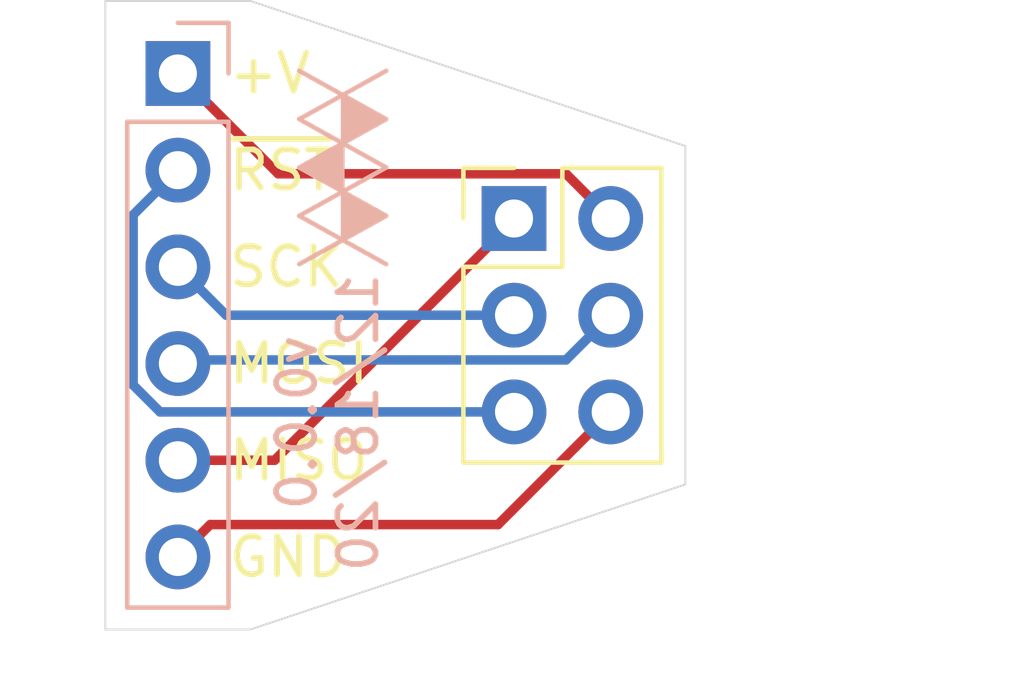
<source format=kicad_pcb>
(kicad_pcb (version 20171130) (host pcbnew "(5.1.6)-1")

  (general
    (thickness 1.6)
    (drawings 13)
    (tracks 19)
    (zones 0)
    (modules 3)
    (nets 7)
  )

  (page A4)
  (layers
    (0 F.Cu signal)
    (31 B.Cu signal)
    (32 B.Adhes user)
    (33 F.Adhes user)
    (34 B.Paste user)
    (35 F.Paste user)
    (36 B.SilkS user)
    (37 F.SilkS user)
    (38 B.Mask user)
    (39 F.Mask user)
    (40 Dwgs.User user)
    (41 Cmts.User user)
    (42 Eco1.User user)
    (43 Eco2.User user)
    (44 Edge.Cuts user)
    (45 Margin user)
    (46 B.CrtYd user)
    (47 F.CrtYd user)
    (48 B.Fab user)
    (49 F.Fab user)
  )

  (setup
    (last_trace_width 0.25)
    (trace_clearance 0.2)
    (zone_clearance 0.508)
    (zone_45_only no)
    (trace_min 0.2)
    (via_size 0.8)
    (via_drill 0.4)
    (via_min_size 0.4)
    (via_min_drill 0.3)
    (uvia_size 0.3)
    (uvia_drill 0.1)
    (uvias_allowed no)
    (uvia_min_size 0.2)
    (uvia_min_drill 0.1)
    (edge_width 0.05)
    (segment_width 0.2)
    (pcb_text_width 0.3)
    (pcb_text_size 1.5 1.5)
    (mod_edge_width 0.12)
    (mod_text_size 1 1)
    (mod_text_width 0.15)
    (pad_size 1.524 1.524)
    (pad_drill 0.762)
    (pad_to_mask_clearance 0.05)
    (aux_axis_origin 0 0)
    (visible_elements 7FFFFFFF)
    (pcbplotparams
      (layerselection 0x010fc_ffffffff)
      (usegerberextensions false)
      (usegerberattributes true)
      (usegerberadvancedattributes true)
      (creategerberjobfile true)
      (excludeedgelayer true)
      (linewidth 0.100000)
      (plotframeref false)
      (viasonmask false)
      (mode 1)
      (useauxorigin false)
      (hpglpennumber 1)
      (hpglpenspeed 20)
      (hpglpendiameter 15.000000)
      (psnegative false)
      (psa4output false)
      (plotreference true)
      (plotvalue true)
      (plotinvisibletext false)
      (padsonsilk false)
      (subtractmaskfromsilk false)
      (outputformat 1)
      (mirror false)
      (drillshape 0)
      (scaleselection 1)
      (outputdirectory "gbr/"))
  )

  (net 0 "")
  (net 1 GND)
  (net 2 MISO)
  (net 3 MOSI)
  (net 4 SCK)
  (net 5 ~RST~)
  (net 6 V+)

  (net_class Default "This is the default net class."
    (clearance 0.2)
    (trace_width 0.25)
    (via_dia 0.8)
    (via_drill 0.4)
    (uvia_dia 0.3)
    (uvia_drill 0.1)
    (add_net GND)
    (add_net MISO)
    (add_net MOSI)
    (add_net SCK)
    (add_net V+)
    (add_net ~RST~)
  )

  (module Symbol:Logo_WM (layer B.Cu) (tedit 5EA02B73) (tstamp 5FDD3859)
    (at 158 90.1 270)
    (fp_text reference REF** (at 0 2.286 270) (layer B.SilkS) hide
      (effects (font (size 1 1) (thickness 0.15)) (justify mirror))
    )
    (fp_text value Logo_WM (at 0 -2.032 270) (layer B.Fab)
      (effects (font (size 1 1) (thickness 0.15)) (justify mirror))
    )
    (fp_line (start 0 1.143) (end -0.635 0) (layer B.SilkS) (width 0.12))
    (fp_line (start -0.635 0) (end 0 -1.143) (layer B.SilkS) (width 0.12))
    (fp_line (start 0 -1.143) (end 0.635 0) (layer B.SilkS) (width 0.12))
    (fp_line (start 0.635 0) (end 0 1.143) (layer B.SilkS) (width 0.12))
    (fp_line (start 1.905 0) (end 1.27 1.143) (layer B.SilkS) (width 0.12))
    (fp_line (start 1.27 -1.143) (end 1.905 0) (layer B.SilkS) (width 0.12))
    (fp_line (start 0.635 0) (end 1.27 -1.143) (layer B.SilkS) (width 0.12))
    (fp_line (start 1.27 1.143) (end 0.635 0) (layer B.SilkS) (width 0.12))
    (fp_line (start -1.27 -1.143) (end -0.635 0) (layer B.SilkS) (width 0.12))
    (fp_line (start -1.27 1.143) (end -1.905 0) (layer B.SilkS) (width 0.12))
    (fp_line (start -1.905 0) (end -1.27 -1.143) (layer B.SilkS) (width 0.12))
    (fp_line (start -0.635 0) (end -1.27 1.143) (layer B.SilkS) (width 0.12))
    (fp_line (start -1.905 0) (end -2.54 1.143) (layer B.SilkS) (width 0.12))
    (fp_line (start -2.54 -1.143) (end -1.905 0) (layer B.SilkS) (width 0.12))
    (fp_line (start 2.54 1.143) (end 1.905 0) (layer B.SilkS) (width 0.12))
    (fp_line (start 1.905 0) (end 2.54 -1.143) (layer B.SilkS) (width 0.12))
    (fp_poly (pts (xy -1.905 0) (xy -0.635 0) (xy -1.27 -1.143)) (layer B.SilkS) (width 0.1))
    (fp_poly (pts (xy -0.635 0) (xy 0.635 0) (xy 0 1.143)) (layer B.SilkS) (width 0.1))
    (fp_poly (pts (xy 0.635 0) (xy 1.905 0) (xy 1.27 -1.143)) (layer B.SilkS) (width 0.1))
  )

  (module Connector_PinHeader_2.54mm:PinHeader_2x03_P2.54mm_Vertical (layer F.Cu) (tedit 59FED5CC) (tstamp 5FBB1582)
    (at 162.5 91.44)
    (descr "Through hole straight pin header, 2x03, 2.54mm pitch, double rows")
    (tags "Through hole pin header THT 2x03 2.54mm double row")
    (path /5FBABBF9)
    (fp_text reference J2 (at 1.27 -2.33) (layer F.SilkS) hide
      (effects (font (size 1 1) (thickness 0.15)))
    )
    (fp_text value AVR-ISP-6 (at 9 2.86) (layer F.Fab)
      (effects (font (size 1 1) (thickness 0.15)))
    )
    (fp_line (start 4.35 -1.8) (end -1.8 -1.8) (layer F.CrtYd) (width 0.05))
    (fp_line (start 4.35 6.85) (end 4.35 -1.8) (layer F.CrtYd) (width 0.05))
    (fp_line (start -1.8 6.85) (end 4.35 6.85) (layer F.CrtYd) (width 0.05))
    (fp_line (start -1.8 -1.8) (end -1.8 6.85) (layer F.CrtYd) (width 0.05))
    (fp_line (start -1.33 -1.33) (end 0 -1.33) (layer F.SilkS) (width 0.12))
    (fp_line (start -1.33 0) (end -1.33 -1.33) (layer F.SilkS) (width 0.12))
    (fp_line (start 1.27 -1.33) (end 3.87 -1.33) (layer F.SilkS) (width 0.12))
    (fp_line (start 1.27 1.27) (end 1.27 -1.33) (layer F.SilkS) (width 0.12))
    (fp_line (start -1.33 1.27) (end 1.27 1.27) (layer F.SilkS) (width 0.12))
    (fp_line (start 3.87 -1.33) (end 3.87 6.41) (layer F.SilkS) (width 0.12))
    (fp_line (start -1.33 1.27) (end -1.33 6.41) (layer F.SilkS) (width 0.12))
    (fp_line (start -1.33 6.41) (end 3.87 6.41) (layer F.SilkS) (width 0.12))
    (fp_line (start -1.27 0) (end 0 -1.27) (layer F.Fab) (width 0.1))
    (fp_line (start -1.27 6.35) (end -1.27 0) (layer F.Fab) (width 0.1))
    (fp_line (start 3.81 6.35) (end -1.27 6.35) (layer F.Fab) (width 0.1))
    (fp_line (start 3.81 -1.27) (end 3.81 6.35) (layer F.Fab) (width 0.1))
    (fp_line (start 0 -1.27) (end 3.81 -1.27) (layer F.Fab) (width 0.1))
    (fp_text user %R (at 1.27 2.54 90) (layer F.Fab)
      (effects (font (size 1 1) (thickness 0.15)))
    )
    (pad 6 thru_hole oval (at 2.54 5.08) (size 1.7 1.7) (drill 1) (layers *.Cu *.Mask)
      (net 1 GND))
    (pad 5 thru_hole oval (at 0 5.08) (size 1.7 1.7) (drill 1) (layers *.Cu *.Mask)
      (net 5 ~RST~))
    (pad 4 thru_hole oval (at 2.54 2.54) (size 1.7 1.7) (drill 1) (layers *.Cu *.Mask)
      (net 3 MOSI))
    (pad 3 thru_hole oval (at 0 2.54) (size 1.7 1.7) (drill 1) (layers *.Cu *.Mask)
      (net 4 SCK))
    (pad 2 thru_hole oval (at 2.54 0) (size 1.7 1.7) (drill 1) (layers *.Cu *.Mask)
      (net 6 V+))
    (pad 1 thru_hole rect (at 0 0) (size 1.7 1.7) (drill 1) (layers *.Cu *.Mask)
      (net 2 MISO))
    (model ${KISYS3DMOD}/Connector_PinHeader_2.54mm.3dshapes/PinHeader_2x03_P2.54mm_Vertical.wrl
      (at (xyz 0 0 0))
      (scale (xyz 1 1 1))
      (rotate (xyz 0 0 0))
    )
  )

  (module Connector_PinHeader_2.54mm:PinHeader_1x06_P2.54mm_Vertical (layer B.Cu) (tedit 59FED5CC) (tstamp 5FBB1566)
    (at 153.67 87.63 180)
    (descr "Through hole straight pin header, 1x06, 2.54mm pitch, single row")
    (tags "Through hole pin header THT 1x06 2.54mm single row")
    (path /5FBB2264)
    (fp_text reference J1 (at 0 2.33) (layer B.SilkS) hide
      (effects (font (size 1 1) (thickness 0.15)) (justify mirror))
    )
    (fp_text value Conn_01x06 (at 0 -15.03) (layer B.Fab)
      (effects (font (size 1 1) (thickness 0.15)) (justify mirror))
    )
    (fp_line (start 1.8 1.8) (end -1.8 1.8) (layer B.CrtYd) (width 0.05))
    (fp_line (start 1.8 -14.5) (end 1.8 1.8) (layer B.CrtYd) (width 0.05))
    (fp_line (start -1.8 -14.5) (end 1.8 -14.5) (layer B.CrtYd) (width 0.05))
    (fp_line (start -1.8 1.8) (end -1.8 -14.5) (layer B.CrtYd) (width 0.05))
    (fp_line (start -1.33 1.33) (end 0 1.33) (layer B.SilkS) (width 0.12))
    (fp_line (start -1.33 0) (end -1.33 1.33) (layer B.SilkS) (width 0.12))
    (fp_line (start -1.33 -1.27) (end 1.33 -1.27) (layer B.SilkS) (width 0.12))
    (fp_line (start 1.33 -1.27) (end 1.33 -14.03) (layer B.SilkS) (width 0.12))
    (fp_line (start -1.33 -1.27) (end -1.33 -14.03) (layer B.SilkS) (width 0.12))
    (fp_line (start -1.33 -14.03) (end 1.33 -14.03) (layer B.SilkS) (width 0.12))
    (fp_line (start -1.27 0.635) (end -0.635 1.27) (layer B.Fab) (width 0.1))
    (fp_line (start -1.27 -13.97) (end -1.27 0.635) (layer B.Fab) (width 0.1))
    (fp_line (start 1.27 -13.97) (end -1.27 -13.97) (layer B.Fab) (width 0.1))
    (fp_line (start 1.27 1.27) (end 1.27 -13.97) (layer B.Fab) (width 0.1))
    (fp_line (start -0.635 1.27) (end 1.27 1.27) (layer B.Fab) (width 0.1))
    (fp_text user %R (at 0 -6.35 270) (layer B.Fab)
      (effects (font (size 1 1) (thickness 0.15)) (justify mirror))
    )
    (pad 6 thru_hole oval (at 0 -12.7 180) (size 1.7 1.7) (drill 1) (layers *.Cu *.Mask)
      (net 1 GND))
    (pad 5 thru_hole oval (at 0 -10.16 180) (size 1.7 1.7) (drill 1) (layers *.Cu *.Mask)
      (net 2 MISO))
    (pad 4 thru_hole oval (at 0 -7.62 180) (size 1.7 1.7) (drill 1) (layers *.Cu *.Mask)
      (net 3 MOSI))
    (pad 3 thru_hole oval (at 0 -5.08 180) (size 1.7 1.7) (drill 1) (layers *.Cu *.Mask)
      (net 4 SCK))
    (pad 2 thru_hole oval (at 0 -2.54 180) (size 1.7 1.7) (drill 1) (layers *.Cu *.Mask)
      (net 5 ~RST~))
    (pad 1 thru_hole rect (at 0 0 180) (size 1.7 1.7) (drill 1) (layers *.Cu *.Mask)
      (net 6 V+))
    (model ${KISYS3DMOD}/Connector_PinHeader_2.54mm.3dshapes/PinHeader_1x06_P2.54mm_Vertical.wrl
      (at (xyz 0 0 0))
      (scale (xyz 1 1 1))
      (rotate (xyz 0 0 0))
    )
  )

  (gr_text "v0.0.0\n12/18/20" (at 157.6 96.8 90) (layer B.SilkS)
    (effects (font (size 1 1) (thickness 0.15)) (justify mirror))
  )
  (gr_text GND (at 154.94 100.33) (layer F.SilkS)
    (effects (font (size 1 1) (thickness 0.15)) (justify left))
  )
  (gr_text MISO (at 154.94 97.79) (layer F.SilkS)
    (effects (font (size 1 1) (thickness 0.15)) (justify left))
  )
  (gr_text MOSI (at 154.94 95.25) (layer F.SilkS)
    (effects (font (size 1 1) (thickness 0.15)) (justify left))
  )
  (gr_text SCK (at 154.94 92.71) (layer F.SilkS)
    (effects (font (size 1 1) (thickness 0.15)) (justify left))
  )
  (gr_text ~RST~ (at 154.94 90.17) (layer F.SilkS)
    (effects (font (size 1 1) (thickness 0.15)) (justify left))
  )
  (gr_text +V (at 154.94 87.63) (layer F.SilkS)
    (effects (font (size 1 1) (thickness 0.15)) (justify left))
  )
  (gr_line (start 167 89.535) (end 155.575 85.725) (layer Edge.Cuts) (width 0.05) (tstamp 5FBB1736))
  (gr_line (start 167 98.425) (end 167 89.535) (layer Edge.Cuts) (width 0.05))
  (gr_line (start 155.575 102.235) (end 167 98.425) (layer Edge.Cuts) (width 0.05))
  (gr_line (start 155.575 85.725) (end 151.765 85.725) (layer Edge.Cuts) (width 0.05) (tstamp 5FBB1679))
  (gr_line (start 151.765 102.235) (end 155.575 102.235) (layer Edge.Cuts) (width 0.05))
  (gr_line (start 151.765 85.725) (end 151.765 102.235) (layer Edge.Cuts) (width 0.05))

  (segment (start 162.079999 99.480001) (end 165.04 96.52) (width 0.25) (layer F.Cu) (net 1))
  (segment (start 154.519999 99.480001) (end 162.079999 99.480001) (width 0.25) (layer F.Cu) (net 1))
  (segment (start 153.67 100.33) (end 154.519999 99.480001) (width 0.25) (layer F.Cu) (net 1))
  (segment (start 162.5 91.44) (end 162.5 91.5) (width 0.25) (layer F.Cu) (net 2))
  (segment (start 156.21 97.79) (end 153.67 97.79) (width 0.25) (layer F.Cu) (net 2))
  (segment (start 162.5 91.5) (end 156.21 97.79) (width 0.25) (layer F.Cu) (net 2))
  (segment (start 153.764999 95.155001) (end 153.67 95.25) (width 0.25) (layer F.Cu) (net 3))
  (segment (start 163.864999 95.155001) (end 153.764999 95.155001) (width 0.25) (layer B.Cu) (net 3))
  (segment (start 153.764999 95.155001) (end 153.67 95.25) (width 0.25) (layer B.Cu) (net 3))
  (segment (start 165.04 93.98) (end 163.864999 95.155001) (width 0.25) (layer B.Cu) (net 3))
  (segment (start 154.94 93.98) (end 153.67 92.71) (width 0.25) (layer B.Cu) (net 4))
  (segment (start 162.5 93.98) (end 154.94 93.98) (width 0.25) (layer B.Cu) (net 4))
  (segment (start 152.494999 91.345001) (end 153.67 90.17) (width 0.25) (layer B.Cu) (net 5))
  (segment (start 152.494999 95.814001) (end 152.494999 91.345001) (width 0.25) (layer B.Cu) (net 5))
  (segment (start 153.200998 96.52) (end 152.494999 95.814001) (width 0.25) (layer B.Cu) (net 5))
  (segment (start 162.5 96.52) (end 153.200998 96.52) (width 0.25) (layer B.Cu) (net 5))
  (segment (start 156.304999 90.264999) (end 153.67 87.63) (width 0.25) (layer F.Cu) (net 6))
  (segment (start 163.864999 90.264999) (end 156.304999 90.264999) (width 0.25) (layer F.Cu) (net 6))
  (segment (start 165.04 91.44) (end 163.864999 90.264999) (width 0.25) (layer F.Cu) (net 6))

)

</source>
